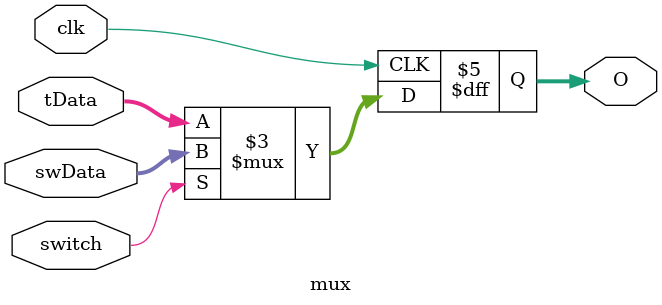
<source format=v>
module mux(swData, tData, switch, clk, O);
  input [23:0] swData, tData;
  input switch;
  input clk;
  output [23:0] O;
  reg [23:0] O;
  always @ (posedge clk) begin
    if (switch) O <= swData;
    else O <= tData;
  end
endmodule
  

</source>
